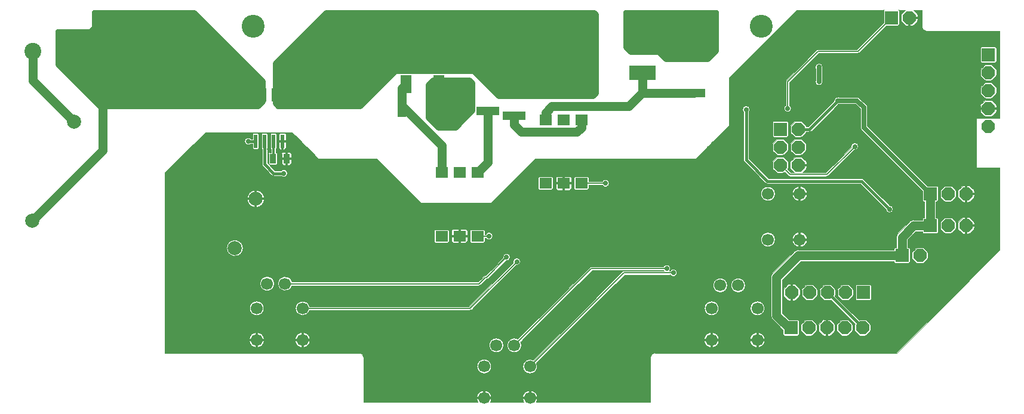
<source format=gbr>
G04 GENERATED BY PULSONIX 8.5 GERBER.DLL 5907*
G04 #@! TF.Part,Single*
%FSLAX35Y35*%
%LPD*%
%MOMM*%
G04 #@! TF.FileFunction,Copper,L4,Bot*
G04 #@! TA.AperFunction,Conductor*
%ADD13C,0.63500*%
%ADD14C,1.27000*%
%ADD16C,0.20320*%
%ADD18C,0.40640*%
G04 #@! TA.AperFunction,SMDPad*
%ADD76R,0.90000X1.40000*%
%ADD93R,1.80000X1.50000*%
%ADD94R,7.00000X7.00000*%
%ADD95R,1.50000X2.50000*%
G04 #@! TA.AperFunction,WasherPad*
%ADD148C,3.25000*%
G04 #@! TA.AperFunction,Conductor*
%ADD163C,0.30480*%
G04 #@! TA.AperFunction,OtherCopper*
%ADD172C,0.03000*%
%ADD173C,0.30000*%
%ADD235C,0.50000*%
G04 #@! TA.AperFunction,ComponentPad*
%ADD348C,2.00000*%
%ADD373R,1.90500X1.90500*%
%AMT374*0 Octagon pad*4,1,8,0.39454,0.95250,-0.39454,0.95250,-0.95250,0.39454,-0.95250,-0.39454,-0.39454,-0.95250,0.39454,-0.95250,0.95250,-0.39454,0.95250,0.39454,0.39454,0.95250,0*%
%ADD374T374*%
%ADD375C,1.70000*%
G04 #@! TA.AperFunction,ViaPad*
%ADD388C,0.70000*%
G04 #@! TA.AperFunction,SMDPad*
%ADD422R,0.55000X1.95000*%
%ADD423R,8.90000X11.40000*%
%ADD424R,3.80000X2.10000*%
%ADD449R,3.20000X1.20000*%
G04 #@! TA.AperFunction,ComponentPad*
%ADD479C,2.40000*%
G04 #@! TA.AperFunction,SMDPad*
%ADD480R,1.20000X3.20000*%
X0Y0D02*
D02*
D13*
X11679008Y4950875D02*
Y4742000D01*
X12314008Y4379375D02*
X12218757Y4474625D01*
X11948883*
X12314008Y4379375D02*
Y4094500D01*
X13257008Y3151500*
D02*
D14*
X520564Y2772099D02*
X1519008Y3770543D01*
Y4427000*
X1116038Y4174948D02*
X532008Y4758978D01*
Y5176500*
X5827008Y4711500D02*
X5762008Y4646500D01*
Y4401500*
X6328008Y3451500D02*
Y3835500D01*
X5762008Y4401500*
X6836008Y3451500D02*
X6982008Y3597500D01*
Y4331500*
X7357008Y4256500D02*
Y4129375D01*
X7456258Y4030125*
X8247508*
X8311008Y4093625*
Y4201500*
X9177008Y4592000D02*
Y4872500D01*
Y4592000D02*
X9187508Y4581500D01*
X9907008*
X9177008Y4592000D02*
X8980258Y4395250D01*
X7893633*
X7803008Y4304625*
Y4201500*
X12282258Y2276500D02*
X11385883D01*
X11075758Y1966375*
Y1426000*
X11250258Y1251500*
X11282008*
X12282258Y2276500D02*
X12857008D01*
X13257008Y2701500D02*
X13022133D01*
X12857008Y2536375*
Y2276500*
X13257008Y3151500D02*
Y2701500D01*
D02*
D16*
X4357008Y1526500D02*
X6732905D01*
X7395030Y2188625*
X7001508Y2551500D02*
X6836008D01*
X7249883Y2252125D02*
X6964133Y1966375D01*
X6948258*
X6858383Y1876500*
X4109008*
X8652508Y3301500D02*
X8311008D01*
X9520008Y2093375D02*
X8450883D01*
X7359008Y1001500*
X9615258Y2029875D02*
X8910383D01*
X7582008Y701500*
X11234508Y4363500D02*
Y4744500D01*
X11663133Y5173125*
X12228633*
X12707008Y5651500*
X12187008Y3823750D02*
X11790133Y3426875D01*
X11265633*
X11132008Y3560500*
D02*
D18*
X3691508Y3896500D02*
X3586395D01*
X3818508D02*
Y3572125D01*
X3947883Y3442750*
X4090758*
X11386008Y4068500D02*
X11542758D01*
X11948883Y4474625*
X11799008Y1751500D02*
X12298008Y1252500D01*
Y1251500*
X12679133Y2934750D02*
X12282258Y3331625D01*
X10948758*
X10647133Y3633250*
Y4347625*
D02*
D76*
X3936758Y3651500D03*
X4127258D03*
D02*
D93*
X6328008Y2551500D03*
Y3451500D03*
X6582008Y2551500D03*
Y3451500D03*
X6836008Y2551500D03*
Y3451500D03*
X7803008Y3301500D03*
Y4201500D03*
X8057008Y3301500D03*
Y4201500D03*
X8311008Y3301500D03*
Y4201500D03*
D02*
D94*
X6057008Y5401500D03*
D02*
D95*
X5827008Y4711500D03*
X6287008D03*
D02*
D148*
X3657008Y5526500D03*
X10857008D03*
D02*
D163*
X3945508Y3896500D02*
Y3660250D01*
X3936758Y3651500*
D02*
D172*
X14239708Y5459200D02*
X13207008D01*
G75*
G02X13139708Y5526500J67300*
G01*
Y5759200*
X13018418*
X13071461Y5706157*
G75*
G02X13077758Y5690957I-15197J-15200*
G01*
Y5612043*
G75*
G02X13071461Y5596843I-21494*
G01*
X13015665Y5541047*
G75*
G02X13000351Y5534750I-15201J15199*
G01*
X12921665*
G75*
G02X12906351Y5541047I-113J21496*
G01*
X12850555Y5596843*
G75*
G02X12844258Y5612043I15197J15200*
G01*
Y5690957*
G75*
G02X12850555Y5706157I21494*
G01*
X12903598Y5759200*
X12813448*
G75*
G02X12818998Y5746750I-11190J-12450*
G01*
Y5556250*
G75*
G02X12802258Y5539510I-16740*
G01*
X12633060*
X12247735Y5154185*
G75*
G02X12228633Y5146225I-19104J18945*
G01*
X11674275*
X11261408Y4733358*
Y4407697*
G75*
G02X11286248Y4363500I-26900J-44197*
G01*
G75*
G02X11182768I-51740*
G01*
G75*
G02X11207608Y4407697I51740*
G01*
Y4744500*
G75*
G02X11215568Y4763602I26905J-2*
G01*
X11644031Y5192065*
G75*
G02X11663133Y5200025I19104J-18945*
G01*
X12217491*
X12595018Y5577552*
Y5746750*
G75*
G02X12600568Y5759200I16740*
G01*
X11364708*
X10407008Y4801500*
Y4126500*
X10174863Y3894355*
G75*
G02X10089153Y3808645I-217853J132143*
G01*
X9932008Y3651500*
X7657008*
X7032008Y3026500*
X6032008*
X5407008Y3651500*
X4582008*
X4424863Y3808645*
G75*
G02X4339153Y3894355I132143J217853*
G01*
X4207008Y4026500*
X2982008*
X2407008Y3451500*
Y893800*
X5157008*
G75*
G02X5224308Y826500J-67300*
G01*
Y193800*
X6842493*
G75*
G02X6825508Y251500I89515J57700*
G01*
G75*
G02X7038508I106500*
G01*
G75*
G02X7021523Y193800I-106500*
G01*
X7492493*
G75*
G02X7475508Y251500I89515J57700*
G01*
G75*
G02X7688508I106500*
G01*
G75*
G02X7671523Y193800I-106500*
G01*
X9289708*
Y826500*
G75*
G02X9357008Y893800I67300*
G01*
X12779132*
X14239708Y2354376*
Y3526500*
X13907008*
Y4226500*
X14239708*
Y5459200*
X13618095Y2752791D02*
G75*
G02X13622998Y2740955I-11835J-11836D01*
G01*
Y2662045*
G75*
G02X13618095Y2650209I-16738*
G01*
X13562299Y2594413*
G75*
G02X13550423Y2589510I-11838J11840*
G01*
X13471593*
G75*
G02X13459717Y2594413I-38J16743*
G01*
X13403921Y2650209*
G75*
G02X13399018Y2662045I11835J11836*
G01*
Y2740955*
G75*
G02X13403921Y2752791I16738*
G01*
X13459717Y2808587*
G75*
G02X13471593Y2813490I11838J-11840*
G01*
X13550423*
G75*
G02X13562299Y2808587I38J-16743*
G01*
X13618095Y2752791*
Y3202791D02*
G75*
G02X13622998Y3190955I-11835J-11836D01*
G01*
Y3112045*
G75*
G02X13618095Y3100209I-16738*
G01*
X13562299Y3044413*
G75*
G02X13550423Y3039510I-11838J11840*
G01*
X13471593*
G75*
G02X13459717Y3044413I-38J16743*
G01*
X13403921Y3100209*
G75*
G02X13399018Y3112045I11835J11836*
G01*
Y3190955*
G75*
G02X13403921Y3202791I16738*
G01*
X13459717Y3258587*
G75*
G02X13471593Y3263490I11838J-11840*
G01*
X13550423*
G75*
G02X13562299Y3258587I38J-16743*
G01*
X13618095Y3202791*
X13875461Y2756157D02*
G75*
G02X13881758Y2740957I-15197J-15200D01*
G01*
Y2662043*
G75*
G02X13875461Y2646843I-21494*
G01*
X13819665Y2591047*
G75*
G02X13804351Y2584750I-15201J15199*
G01*
X13725665*
G75*
G02X13710351Y2591047I-113J21496*
G01*
X13654555Y2646843*
G75*
G02X13648258Y2662043I15197J15200*
G01*
Y2740957*
G75*
G02X13654555Y2756157I21494*
G01*
X13710351Y2811953*
G75*
G02X13725665Y2818250I15201J-15199*
G01*
X13804351*
G75*
G02X13819665Y2811953I113J-21496*
G01*
X13875461Y2756157*
Y3206157D02*
G75*
G02X13881758Y3190957I-15197J-15200D01*
G01*
Y3112043*
G75*
G02X13875461Y3096843I-21494*
G01*
X13819665Y3041047*
G75*
G02X13804351Y3034750I-15201J15199*
G01*
X13725665*
G75*
G02X13710351Y3041047I-113J21496*
G01*
X13654555Y3096843*
G75*
G02X13648258Y3112043I15197J15200*
G01*
Y3190957*
G75*
G02X13654555Y3206157I21494*
G01*
X13710351Y3261953*
G75*
G02X13725665Y3268250I15201J-15199*
G01*
X13804351*
G75*
G02X13819665Y3261953I113J-21496*
G01*
X13875461Y3206157*
X14192461Y4419157D02*
G75*
G02X14198758Y4403957I-15197J-15200D01*
G01*
Y4325043*
G75*
G02X14192461Y4309843I-21494*
G01*
X14136665Y4254047*
G75*
G02X14121351Y4247750I-15201J15199*
G01*
X14042665*
G75*
G02X14027351Y4254047I-113J21496*
G01*
X13971555Y4309843*
G75*
G02X13965258Y4325043I15197J15200*
G01*
Y4403957*
G75*
G02X13971555Y4419157I21494*
G01*
X14027351Y4474953*
G75*
G02X14042665Y4481250I15201J-15199*
G01*
X14121351*
G75*
G02X14136665Y4474953I113J-21496*
G01*
X14192461Y4419157*
X14189095Y4669791D02*
G75*
G02X14193998Y4657955I-11835J-11836D01*
G01*
Y4579045*
G75*
G02X14189095Y4567209I-16738*
G01*
X14133299Y4511413*
G75*
G02X14121423Y4506510I-11838J11840*
G01*
X14042593*
G75*
G02X14030717Y4511413I-38J16743*
G01*
X13974921Y4567209*
G75*
G02X13970018Y4579045I11835J11836*
G01*
Y4657955*
G75*
G02X13974921Y4669791I16738*
G01*
X14030717Y4725587*
G75*
G02X14042593Y4730490I11838J-11840*
G01*
X14121423*
G75*
G02X14133299Y4725587I38J-16743*
G01*
X14189095Y4669791*
Y4923791D02*
G75*
G02X14193998Y4911955I-11835J-11836D01*
G01*
Y4833045*
G75*
G02X14189095Y4821209I-16738*
G01*
X14133299Y4765413*
G75*
G02X14121423Y4760510I-11838J11840*
G01*
X14042593*
G75*
G02X14030717Y4765413I-38J16743*
G01*
X13974921Y4821209*
G75*
G02X13970018Y4833045I11835J11836*
G01*
Y4911955*
G75*
G02X13974921Y4923791I16738*
G01*
X14030717Y4979587*
G75*
G02X14042593Y4984490I11838J-11840*
G01*
X14121423*
G75*
G02X14133299Y4979587I38J-16743*
G01*
X14189095Y4923791*
X14177258Y5238490D02*
G75*
G02X14193998Y5221750J-16740D01*
G01*
Y5031250*
G75*
G02X14177258Y5014510I-16740*
G01*
X13986758*
G75*
G02X13970018Y5031250J16740*
G01*
Y5221750*
G75*
G02X13986758Y5238490I16740*
G01*
X14177258*
X11627268Y4950875D02*
G75*
G02X11730748I51740D01*
G01*
G75*
G02X11727498Y4932827I-51739*
G01*
Y4760048*
G75*
G02X11730748Y4742000I-48489J-18048*
G01*
G75*
G02X11627268I-51740*
G01*
G75*
G02X11630518Y4760048I51739*
G01*
Y4932827*
G75*
G02X11627268Y4950875I48489J18048*
G01*
X12135268Y3823750D02*
G75*
G02X12238748I51740D01*
G01*
G75*
G02X12174777Y3773477I-51740*
G01*
X11809235Y3407935*
G75*
G02X11790133Y3399975I-19104J18945*
G01*
X11265633*
G75*
G02X11246531Y3407935I2J26905*
G01*
X11192176Y3462290*
X11183299Y3453413*
G75*
G02X11171423Y3448510I-11838J11840*
G01*
X11092593*
G75*
G02X11080717Y3453413I-38J16743*
G01*
X11024921Y3509209*
G75*
G02X11020018Y3521045I11835J11836*
G01*
Y3599955*
G75*
G02X11024921Y3611791I16738*
G01*
X11080717Y3667587*
G75*
G02X11092593Y3672490I11838J-11840*
G01*
X11171423*
G75*
G02X11183299Y3667587I38J-16743*
G01*
X11239095Y3611791*
G75*
G02X11243998Y3599955I-11835J-11836*
G01*
Y3521045*
G75*
G02X11239095Y3509209I-16738*
G01*
X11230218Y3500332*
X11276775Y3453775*
X11327623*
X11275555Y3505843*
G75*
G02X11269258Y3521043I15197J15200*
G01*
Y3599957*
G75*
G02X11275555Y3615157I21494*
G01*
X11331351Y3670953*
G75*
G02X11346665Y3677250I15201J-15199*
G01*
X11425351*
G75*
G02X11440665Y3670953I113J-21496*
G01*
X11496461Y3615157*
G75*
G02X11502758Y3599957I-15197J-15200*
G01*
Y3521043*
G75*
G02X11496461Y3505843I-21494*
G01*
X11444393Y3453775*
X11778991*
X12136735Y3811519*
G75*
G02X12135268Y3823750I50271J12233*
G01*
X11493095Y3865791D02*
G75*
G02X11497998Y3853955I-11835J-11836D01*
G01*
Y3775045*
G75*
G02X11493095Y3763209I-16738*
G01*
X11437299Y3707413*
G75*
G02X11425423Y3702510I-11838J11840*
G01*
X11346593*
G75*
G02X11334717Y3707413I-38J16743*
G01*
X11278921Y3763209*
G75*
G02X11274018Y3775045I11835J11836*
G01*
Y3853955*
G75*
G02X11278921Y3865791I16738*
G01*
X11334717Y3921587*
G75*
G02X11346593Y3926490I11838J-11840*
G01*
X11425423*
G75*
G02X11437299Y3921587I38J-16743*
G01*
X11493095Y3865791*
X13352258Y3263490D02*
G75*
G02X13368998Y3246750J-16740D01*
G01*
Y3056250*
G75*
G02X13352258Y3039510I-16740*
G01*
X13337248*
Y2813490*
X13352258*
G75*
G02X13368998Y2796750J-16740*
G01*
Y2606250*
G75*
G02X13352258Y2589510I-16740*
G01*
X13161758*
G75*
G02X13145018Y2606250J16740*
G01*
Y2621260*
X13055369*
X12937248Y2503139*
Y2388490*
X12952258*
G75*
G02X12968998Y2371750J-16740*
G01*
Y2181250*
G75*
G02X12952258Y2164510I-16740*
G01*
X12761758*
G75*
G02X12745018Y2181250J16740*
G01*
Y2196260*
X11419119*
X11155998Y1933139*
Y1459236*
X11251744Y1363490*
X11377258*
G75*
G02X11393998Y1346750J-16740*
G01*
Y1156250*
G75*
G02X11377258Y1139510I-16740*
G01*
X11186758*
G75*
G02X11170018Y1156250J16740*
G01*
Y1218264*
X11019188Y1369094*
G75*
G02X10995518Y1425998I56566J56904*
G01*
Y1966377*
G75*
G02X11019188Y2023281I80236*
G01*
X11328977Y2333070*
G75*
G02X11385883Y2356740I56904J-56566*
G01*
X12745018*
Y2371750*
G75*
G02X12761758Y2388490I16740*
G01*
X12776768*
Y2536377*
G75*
G02X12800438Y2593281I80236*
G01*
X12965227Y2758070*
G75*
G02X13022133Y2781740I56904J-56566*
G01*
X13145018*
Y2796750*
G75*
G02X13161758Y2813490I16740*
G01*
X13176768*
Y3039510*
X13161758*
G75*
G02X13145018Y3056250J16740*
G01*
Y3194914*
X12279720Y4060212*
G75*
G02X12265517Y4094498I34282J34286*
G01*
Y4094500*
Y4094558*
X12265518Y4094732*
Y4358724*
X12198506Y4425735*
X11965818*
G75*
G02X11949557Y4422889I-16936J48891*
G01*
X11569104Y4042436*
G75*
G02X11542758Y4031440I-26345J26062*
G01*
X11497998*
Y4029045*
G75*
G02X11493095Y4017209I-16738*
G01*
X11437299Y3961413*
G75*
G02X11425423Y3956510I-11838J11840*
G01*
X11346593*
G75*
G02X11334717Y3961413I-38J16743*
G01*
X11278921Y4017209*
G75*
G02X11274018Y4029045I11835J11836*
G01*
Y4107955*
G75*
G02X11278921Y4119791I16738*
G01*
X11334717Y4175587*
G75*
G02X11346593Y4180490I11838J-11840*
G01*
X11425423*
G75*
G02X11437299Y4175587I38J-16743*
G01*
X11493095Y4119791*
G75*
G02X11497998Y4107955I-11835J-11836*
G01*
Y4105560*
X11527408*
X11897147Y4475299*
G75*
G02X11965818Y4523515I51736J-674*
G01*
X12218674*
G75*
G02X12253327Y4509196I86J-48884*
G01*
X12336604Y4425920*
G75*
G02X12362498Y4361327I-22595J-46545*
G01*
Y4114586*
X13213594Y3263490*
X13352258*
X13218095Y2327791D02*
G75*
G02X13222998Y2315955I-11835J-11836D01*
G01*
Y2237045*
G75*
G02X13218095Y2225209I-16738*
G01*
X13162299Y2169413*
G75*
G02X13150423Y2164510I-11838J11840*
G01*
X13071593*
G75*
G02X13059717Y2169413I-38J16743*
G01*
X13003921Y2225209*
G75*
G02X12999018Y2237045I11835J11836*
G01*
Y2315955*
G75*
G02X13003921Y2327791I16738*
G01*
X13059717Y2383587*
G75*
G02X13071593Y2388490I11838J-11840*
G01*
X13150423*
G75*
G02X13162299Y2383587I38J-16743*
G01*
X13218095Y2327791*
X11643095Y1302791D02*
G75*
G02X11647998Y1290955I-11835J-11836D01*
G01*
Y1212045*
G75*
G02X11643095Y1200209I-16738*
G01*
X11587299Y1144413*
G75*
G02X11575423Y1139510I-11838J11840*
G01*
X11496593*
G75*
G02X11484717Y1144413I-38J16743*
G01*
X11428921Y1200209*
G75*
G02X11424018Y1212045I11835J11836*
G01*
Y1290955*
G75*
G02X11428921Y1302791I16738*
G01*
X11484717Y1358587*
G75*
G02X11496593Y1363490I11838J-11840*
G01*
X11575423*
G75*
G02X11587299Y1358587I38J-16743*
G01*
X11643095Y1302791*
X11652095Y1802791D02*
G75*
G02X11656998Y1790955I-11835J-11836D01*
G01*
Y1712045*
G75*
G02X11652095Y1700209I-16738*
G01*
X11596299Y1644413*
G75*
G02X11584423Y1639510I-11838J11840*
G01*
X11505593*
G75*
G02X11493717Y1644413I-38J16743*
G01*
X11437921Y1700209*
G75*
G02X11433018Y1712045I11835J11836*
G01*
Y1790955*
G75*
G02X11437921Y1802791I16738*
G01*
X11493717Y1858587*
G75*
G02X11505593Y1863490I11838J-11840*
G01*
X11584423*
G75*
G02X11596299Y1858587I38J-16743*
G01*
X11652095Y1802791*
X11900461Y1306157D02*
G75*
G02X11906758Y1290957I-15197J-15200D01*
G01*
Y1212043*
G75*
G02X11900461Y1196843I-21494*
G01*
X11844665Y1141047*
G75*
G02X11829351Y1134750I-15201J15199*
G01*
X11750665*
G75*
G02X11735351Y1141047I-113J21496*
G01*
X11679555Y1196843*
G75*
G02X11673258Y1212043I15197J15200*
G01*
Y1290957*
G75*
G02X11679555Y1306157I21494*
G01*
X11735351Y1361953*
G75*
G02X11750665Y1368250I15201J-15199*
G01*
X11829351*
G75*
G02X11844665Y1361953I113J-21496*
G01*
X11900461Y1306157*
X12405095Y1302791D02*
G75*
G02X12409998Y1290955I-11835J-11836D01*
G01*
Y1212045*
G75*
G02X12405095Y1200209I-16738*
G01*
X12349299Y1144413*
G75*
G02X12337423Y1139510I-11838J11840*
G01*
X12258593*
G75*
G02X12246717Y1144413I-38J16743*
G01*
X12190921Y1200209*
G75*
G02X12186018Y1212045I11835J11836*
G01*
Y1290955*
G75*
G02X12190921Y1302791I16738*
G01*
X12193114Y1304984*
X11851992Y1646106*
X11850299Y1644413*
G75*
G02X11838423Y1639510I-11838J11840*
G01*
X11759593*
G75*
G02X11747717Y1644413I-38J16743*
G01*
X11691921Y1700209*
G75*
G02X11687018Y1712045I11835J11836*
G01*
Y1790955*
G75*
G02X11691921Y1802791I16738*
G01*
X11747717Y1858587*
G75*
G02X11759593Y1863490I11838J-11840*
G01*
X11838423*
G75*
G02X11850299Y1858587I38J-16743*
G01*
X11906095Y1802791*
G75*
G02X11910998Y1790955I-11835J-11836*
G01*
Y1712045*
G75*
G02X11906095Y1700209I-16738*
G01*
X11904402Y1698516*
X12245524Y1357394*
X12246717Y1358587*
G75*
G02X12258593Y1363490I11838J-11840*
G01*
X12337423*
G75*
G02X12349299Y1358587I38J-16743*
G01*
X12405095Y1302791*
X12151095D02*
G75*
G02X12155998Y1290955I-11835J-11836D01*
G01*
Y1212045*
G75*
G02X12151095Y1200209I-16738*
G01*
X12095299Y1144413*
G75*
G02X12083423Y1139510I-11838J11840*
G01*
X12004593*
G75*
G02X11992717Y1144413I-38J16743*
G01*
X11936921Y1200209*
G75*
G02X11932018Y1212045I11835J11836*
G01*
Y1290955*
G75*
G02X11936921Y1302791I16738*
G01*
X11992717Y1358587*
G75*
G02X12004593Y1363490I11838J-11840*
G01*
X12083423*
G75*
G02X12095299Y1358587I38J-16743*
G01*
X12151095Y1302791*
X12160095Y1802791D02*
G75*
G02X12164998Y1790955I-11835J-11836D01*
G01*
Y1712045*
G75*
G02X12160095Y1700209I-16738*
G01*
X12104299Y1644413*
G75*
G02X12092423Y1639510I-11838J11840*
G01*
X12013593*
G75*
G02X12001717Y1644413I-38J16743*
G01*
X11945921Y1700209*
G75*
G02X11941018Y1712045I11835J11836*
G01*
Y1790955*
G75*
G02X11945921Y1802791I16738*
G01*
X12001717Y1858587*
G75*
G02X12013593Y1863490I11838J-11840*
G01*
X12092423*
G75*
G02X12104299Y1858587I38J-16743*
G01*
X12160095Y1802791*
X12402258Y1863490D02*
G75*
G02X12418998Y1846750J-16740D01*
G01*
Y1656250*
G75*
G02X12402258Y1639510I-16740*
G01*
X12211758*
G75*
G02X12195018Y1656250J16740*
G01*
Y1846750*
G75*
G02X12211758Y1863490I16740*
G01*
X12402258*
X11401461Y1806157D02*
G75*
G02X11407758Y1790957I-15197J-15200D01*
G01*
Y1712043*
G75*
G02X11401461Y1696843I-21494*
G01*
X11345665Y1641047*
G75*
G02X11330351Y1634750I-15201J15199*
G01*
X11251665*
G75*
G02X11236351Y1641047I-113J21496*
G01*
X11180555Y1696843*
G75*
G02X11174258Y1712043I15197J15200*
G01*
Y1790957*
G75*
G02X11180555Y1806157I21494*
G01*
X11236351Y1861953*
G75*
G02X11251665Y1868250I15201J-15199*
G01*
X11330351*
G75*
G02X11345665Y1861953I113J-21496*
G01*
X11401461Y1806157*
X10432268Y1851500D02*
G75*
G02X10635748I101740D01*
G01*
G75*
G02X10432268I-101740*
G01*
X12679807Y2986486D02*
G75*
G02X12730873Y2934750I-674J-51736D01*
G01*
G75*
G02X12627397Y2934076I-51740*
G01*
X12266908Y3294565*
X10948758*
G75*
G02X10922412Y3305561I-1J37058*
G01*
X10621069Y3606904*
G75*
G02X10610073Y3633249I26062J26345*
G01*
Y4311520*
G75*
G02X10595393Y4347625I37060J36105*
G01*
G75*
G02X10698873I51740*
G01*
G75*
G02X10684193Y4311520I-51740*
G01*
Y3648600*
X10964108Y3368685*
X12282258*
G75*
G02X12308604Y3357689I1J-37058*
G01*
X12679807Y2986486*
X11407008Y2608000D02*
G75*
G02X11513508Y2501500J-106500D01*
G01*
G75*
G02X11407008Y2395000I-106500*
G01*
G75*
G02X11300508Y2501500J106500*
G01*
G75*
G02X11407008Y2608000I106500*
G01*
Y3258000D02*
G75*
G02X11513508Y3151500J-106500D01*
G01*
G75*
G02X11407008Y3045000I-106500*
G01*
G75*
G02X11300508Y3151500J106500*
G01*
G75*
G02X11407008Y3258000I106500*
G01*
X10700508Y1076500D02*
G75*
G02X10913508I106500D01*
G01*
G75*
G02X10700508I-106500*
G01*
X10705268Y1526500D02*
G75*
G02X10908748I101740D01*
G01*
G75*
G02X10705268I-101740*
G01*
X10855268Y2501500D02*
G75*
G02X11058748I101740D01*
G01*
G75*
G02X10855268I-101740*
G01*
Y3151500D02*
G75*
G02X11058748I101740D01*
G01*
G75*
G02X10855268I-101740*
G01*
X11239095Y3865791D02*
G75*
G02X11243998Y3853955I-11835J-11836D01*
G01*
Y3775045*
G75*
G02X11239095Y3763209I-16738*
G01*
X11183299Y3707413*
G75*
G02X11171423Y3702510I-11838J11840*
G01*
X11092593*
G75*
G02X11080717Y3707413I-38J16743*
G01*
X11024921Y3763209*
G75*
G02X11020018Y3775045I11835J11836*
G01*
Y3853955*
G75*
G02X11024921Y3865791I16738*
G01*
X11080717Y3921587*
G75*
G02X11092593Y3926490I11838J-11840*
G01*
X11171423*
G75*
G02X11183299Y3921587I38J-16743*
G01*
X11239095Y3865791*
X11227258Y4180490D02*
G75*
G02X11243998Y4163750J-16740D01*
G01*
Y3973250*
G75*
G02X11227258Y3956510I-16740*
G01*
X11036758*
G75*
G02X11020018Y3973250J16740*
G01*
Y4163750*
G75*
G02X11036758Y4180490I16740*
G01*
X11227258*
X10178268Y1851500D02*
G75*
G02X10381748I101740D01*
G01*
G75*
G02X10178268I-101740*
G01*
X10050508Y1076500D02*
G75*
G02X10263508I106500D01*
G01*
G75*
G02X10050508I-106500*
G01*
X10055268Y1526500D02*
G75*
G02X10258748I101740D01*
G01*
G75*
G02X10055268I-101740*
G01*
X7893008Y3393240D02*
G75*
G02X7909748Y3376500J-16740D01*
G01*
Y3226500*
G75*
G02X7893008Y3209760I-16740*
G01*
X7713008*
G75*
G02X7696268Y3226500J16740*
G01*
Y3376500*
G75*
G02X7713008Y3393240I16740*
G01*
X7893008*
X8147008Y3398000D02*
G75*
G02X8168508Y3376501J-21499D01*
G01*
Y3226499*
G75*
G02X8147008Y3205000I-21500*
G01*
X7967008*
G75*
G02X7945508Y3226499J21499*
G01*
Y3376501*
G75*
G02X7967008Y3398000I21500*
G01*
X8147008*
X8608311Y3328400D02*
G75*
G02X8704248Y3301500I44197J-26900D01*
G01*
G75*
G02X8608311Y3274600I-51740*
G01*
X8417748*
Y3226500*
G75*
G02X8401008Y3209760I-16740*
G01*
X8221008*
G75*
G02X8204268Y3226500J16740*
G01*
Y3376500*
G75*
G02X8221008Y3393240I16740*
G01*
X8401008*
G75*
G02X8417748Y3376500J-16740*
G01*
Y3328400*
X8608311*
X7198143Y2252125D02*
G75*
G02X7301623I51740D01*
G01*
G75*
G02X7237652Y2201852I-51740*
G01*
X6983235Y1947435*
G75*
G02X6964133Y1939475I-19104J18945*
G01*
X6959400*
X6877485Y1857560*
G75*
G02X6858383Y1849600I-19104J18945*
G01*
X4207127*
G75*
G02X4007268Y1876500I-98119J26900*
G01*
G75*
G02X4207127Y1903400I101740*
G01*
X6847241*
X6929156Y1985315*
G75*
G02X6948258Y1993275I19104J-18945*
G01*
X6952991*
X7199610Y2239894*
G75*
G02X7198143Y2252125I50271J12233*
G01*
X4250508Y1076500D02*
G75*
G02X4463508I106500D01*
G01*
G75*
G02X4250508I-106500*
G01*
X7343290Y2188625D02*
G75*
G02X7446770I51740D01*
G01*
G75*
G02X7382799Y2138352I-51740*
G01*
X6752007Y1507560*
G75*
G02X6732905Y1499600I-19104J18945*
G01*
X4455127*
G75*
G02X4255268Y1526500I-98119J26900*
G01*
G75*
G02X4455127Y1553400I101740*
G01*
X6721763*
X7344757Y2176394*
G75*
G02X7343290Y2188625I50271J12233*
G01*
X6830268Y701500D02*
G75*
G02X7033748I101740D01*
G01*
G75*
G02X6830268I-101740*
G01*
X7003268Y1001500D02*
G75*
G02X7206748I101740D01*
G01*
G75*
G02X7003268I-101740*
G01*
X9571061Y2056775D02*
G75*
G02X9666998Y2029875I44197J-26900D01*
G01*
G75*
G02X9571061Y2002975I-51740*
G01*
X8921525*
X7670410Y751860*
G75*
G02X7683748Y701500I-88402J-50360*
G01*
G75*
G02X7480268I-101740*
G01*
G75*
G02X7632368Y789902I101740*
G01*
X8891281Y2048815*
G75*
G02X8910383Y2056775I19104J-18945*
G01*
X9483437*
G75*
G02X9475811Y2066475I36571J36600*
G01*
X8462025*
X7447410Y1051860*
G75*
G02X7460748Y1001500I-88402J-50360*
G01*
G75*
G02X7257268I-101740*
G01*
G75*
G02X7409368Y1089902I101740*
G01*
X8431781Y2112315*
G75*
G02X8450883Y2120275I19104J-18945*
G01*
X9475811*
G75*
G02X9571748Y2093375I44197J-26900*
G01*
G75*
G02X9556579Y2056775I-51740*
G01*
X9571061*
X6418008Y2643240D02*
G75*
G02X6434748Y2626500J-16740D01*
G01*
Y2476500*
G75*
G02X6418008Y2459760I-16740*
G01*
X6238008*
G75*
G02X6221268Y2476500J16740*
G01*
Y2626500*
G75*
G02X6238008Y2643240I16740*
G01*
X6418008*
X6672008Y2648000D02*
G75*
G02X6693508Y2626501J-21499D01*
G01*
Y2476499*
G75*
G02X6672008Y2455000I-21500*
G01*
X6492008*
G75*
G02X6470508Y2476499J21499*
G01*
Y2626501*
G75*
G02X6492008Y2648000I21500*
G01*
X6672008*
X6957311Y2578400D02*
G75*
G02X7053248Y2551500I44197J-26900D01*
G01*
G75*
G02X6957311Y2524600I-51740*
G01*
X6942748*
Y2476500*
G75*
G02X6926008Y2459760I-16740*
G01*
X6746008*
G75*
G02X6729268Y2476500J16740*
G01*
Y2626500*
G75*
G02X6746008Y2643240I16740*
G01*
X6926008*
G75*
G02X6942748Y2626500J-16740*
G01*
Y2578400*
X6957311*
X3513235Y2381318D02*
Y2381312D01*
G75*
G02X3503955Y2335703I-116720*
G01*
G75*
G02X3279757Y2381316I-107459J45613*
G01*
Y2381322*
G75*
G02X3289037Y2426931I116720*
G01*
G75*
G02X3513235Y2381318I107459J-45613*
G01*
X3719008Y4010740D02*
G75*
G02X3735748Y3994000J-16740D01*
G01*
Y3799000*
G75*
G02X3719008Y3782260I-16740*
G01*
X3664008*
G75*
G02X3647268Y3799000J16740*
G01*
Y3859440*
X3622500*
G75*
G02X3534655Y3896500I-36105J37060*
G01*
G75*
G02X3622500Y3933560I51740*
G01*
X3647268*
Y3994000*
G75*
G02X3664008Y4010740I16740*
G01*
X3719008*
X3814952Y3080901D02*
Y3080899D01*
G75*
G02X3805293Y3033427I-121488*
G01*
G75*
G02X3571952Y3080901I-111841J47474*
G01*
Y3080903*
G75*
G02X3581611Y3128375I121488*
G01*
G75*
G02X3814952Y3080901I111841J-47474*
G01*
X3600508Y1076500D02*
G75*
G02X3813508I106500D01*
G01*
G75*
G02X3600508I-106500*
G01*
X3605268Y1526500D02*
G75*
G02X3808748I101740D01*
G01*
G75*
G02X3605268I-101740*
G01*
X3753268Y1876500D02*
G75*
G02X3956748I101740D01*
G01*
G75*
G02X3753268I-101740*
G01*
X4054653Y3479810D02*
G75*
G02X4142498Y3442750I36105J-37060D01*
G01*
G75*
G02X4054653Y3405690I-51740*
G01*
X3947883*
G75*
G02X3921537Y3416686I-1J37058*
G01*
X3792444Y3545779*
G75*
G02X3781448Y3572124I26062J26345*
G01*
Y3785258*
G75*
G02X3774268Y3799000I9560J13742*
G01*
Y3994000*
G75*
G02X3791008Y4010740I16740*
G01*
X3846008*
G75*
G02X3862748Y3994000J-16740*
G01*
Y3799000*
G75*
G02X3855568Y3785258I-16740*
G01*
Y3587475*
X3963233Y3479810*
X4054653*
X3981758Y3738240D02*
G75*
G02X3998498Y3721500J-16740D01*
G01*
Y3581500*
G75*
G02X3981758Y3564760I-16740*
G01*
X3891758*
G75*
G02X3875018Y3581500J16740*
G01*
Y3721500*
G75*
G02X3891758Y3738240I16740*
G01*
X3913528*
Y3782871*
G75*
G02X3901268Y3799000I4480J16129*
G01*
Y3994000*
G75*
G02X3918008Y4010740I16740*
G01*
X3973008*
G75*
G02X3989748Y3994000J-16740*
G01*
Y3799000*
G75*
G02X3977488Y3782871I-16740*
G01*
Y3738240*
X3981758*
X4100008Y4015500D02*
G75*
G02X4121508Y3994001J-21499D01*
G01*
Y3798999*
G75*
G02X4100008Y3777500I-21500*
G01*
X4045008*
G75*
G02X4023508Y3798999J21499*
G01*
Y3994001*
G75*
G02X4045008Y4015500I21500*
G01*
X4100008*
X4172258Y3743000D02*
G75*
G02X4193758Y3721501J-21499D01*
G01*
Y3581499*
G75*
G02X4172258Y3560000I-21500*
G01*
X4082258*
G75*
G02X4060758Y3581499J21499*
G01*
Y3721501*
G75*
G02X4082258Y3743000I21500*
G01*
X4172258*
X9289708Y701500D02*
G36*
X7683748D01*
G75*
G02X7480268I-101740*
G01*
X7033748*
G75*
G02X6830268I-101740*
G01*
X5224308*
Y193800*
X6842493*
G75*
G02X6825508Y251497I89504J57697*
G01*
Y251500*
G75*
G02X7038508I106500*
G01*
Y251497*
G75*
G02X7021523Y193800I-106489*
G01*
X7492493*
G75*
G02X7475508Y251497I89504J57697*
G01*
Y251500*
G75*
G02X7688508I106500*
G01*
Y251497*
G75*
G02X7671523Y193800I-106489*
G01*
X9289708*
Y701500*
G37*
X7918966Y1076500D02*
G36*
X7472050D01*
X7447410Y1051860*
G75*
G02X7460748Y1001500I-88404J-50360*
G01*
G75*
G02X7257268I-101740*
G01*
G75*
G02X7290262Y1076500I101740*
G01*
X7173754*
G75*
G02X7206748Y1001500I-68746J-75000*
G01*
G75*
G02X7003268I-101740*
G01*
G75*
G02X7036262Y1076500I101740*
G01*
X4463508*
G75*
G02X4250508I-106500*
G01*
X3813508*
G75*
G02X3600508I-106500*
G01*
X2407008*
Y893800*
X5157008*
G75*
G02X5224308Y826501J-67299*
G01*
Y826500*
Y701500*
X6830268*
G75*
G02X7033748I101740*
G01*
X7480268*
G75*
G02X7632368Y789902I101740*
G01*
X7918966Y1076500*
G37*
X12961832D02*
G36*
X10913508D01*
G75*
G02X10700508I-106500*
G01*
X10263508*
G75*
G02X10050508I-106500*
G01*
X7995050*
X7670410Y751860*
G75*
G02X7683748Y701500I-88404J-50360*
G01*
X9289708*
Y826500*
Y826501*
G75*
G02X9357008Y893800I67300*
G01*
X12779132*
X12961832Y1076500*
G37*
X7570966Y1251500D02*
G36*
X2407008D01*
Y1076500*
X3600508*
G75*
G02X3813508I106500*
G01*
X4250508*
G75*
G02X4463508I106500*
G01*
X7036262*
G75*
G02X7173754I68746J-75000*
G01*
X7290262*
G75*
G02X7409368Y1089902I68746J-75001*
G01*
X7570966Y1251500*
G37*
X8093966D02*
G36*
X7647050D01*
X7472050Y1076500*
X7918966*
X8093966Y1251500*
G37*
X13136832D02*
G36*
X12409998D01*
Y1212045*
Y1212043*
G75*
G02X12405095Y1200209I-16733*
G01*
X12349299Y1144413*
G75*
G02X12337423Y1139510I-11838J11840*
G01*
X12258593*
G75*
G02X12246717Y1144413I-38J16743*
G01*
X12190921Y1200209*
G75*
G02X12186018Y1212043I11830J11834*
G01*
Y1212045*
Y1251500*
X12155998*
Y1212045*
Y1212043*
G75*
G02X12151095Y1200209I-16733*
G01*
X12095299Y1144413*
G75*
G02X12083423Y1139510I-11838J11840*
G01*
X12004593*
G75*
G02X11992717Y1144413I-38J16743*
G01*
X11936921Y1200209*
G75*
G02X11932018Y1212043I11830J11834*
G01*
Y1212045*
Y1251500*
X11906758*
Y1212043*
G75*
G02X11900461Y1196843I-21500J3*
G01*
X11844665Y1141047*
G75*
G02X11829351Y1134750I-15201J15199*
G01*
X11750665*
G75*
G02X11735351Y1141047I-113J21496*
G01*
X11679555Y1196843*
G75*
G02X11673258Y1212043I15203J15203*
G01*
Y1251500*
X11647998*
Y1212045*
Y1212043*
G75*
G02X11643095Y1200209I-16733*
G01*
X11587299Y1144413*
G75*
G02X11575423Y1139510I-11838J11840*
G01*
X11496593*
G75*
G02X11484717Y1144413I-38J16743*
G01*
X11428921Y1200209*
G75*
G02X11424018Y1212043I11830J11834*
G01*
Y1212045*
Y1251500*
X11393998*
Y1156250*
G75*
G02X11377258Y1139510I-16740*
G01*
X11186758*
G75*
G02X11170018Y1156250J16740*
G01*
Y1218264*
X11136782Y1251500*
X8170050*
X7995050Y1076500*
X10050508*
G75*
G02X10263508I106500*
G01*
X10700508*
G75*
G02X10913508I106500*
G01*
X12961832*
X13136832Y1251500*
G37*
X7845966Y1526500D02*
G36*
X6770947D01*
X6752007Y1507560*
G75*
G02X6732905Y1499600I-19104J18945*
G01*
X4455127*
G75*
G02X4255268Y1526500I-98119J26900*
G01*
X3808748*
G75*
G02X3605268I-101740*
G01*
X2407008*
Y1251500*
X7570966*
X7845966Y1526500*
G37*
X8368966D02*
G36*
X7922050D01*
X7647050Y1251500*
X8093966*
X8368966Y1526500*
G37*
X11136782Y1251500D02*
G36*
X11019188Y1369094D01*
G75*
G02X10995518Y1425996I56561J56902*
G01*
Y1425998*
Y1526500*
X10908748*
G75*
G02X10705268I-101740*
G01*
X10258748*
G75*
G02X10055268I-101740*
G01*
X8445050*
X8170050Y1251500*
X11136782*
G37*
X13411832Y1526500D02*
G36*
X12076418D01*
X12245524Y1357394*
X12246717Y1358587*
G75*
G02X12258593Y1363490I11838J-11840*
G01*
X12337423*
G75*
G02X12349299Y1358587I38J-16743*
G01*
X12405095Y1302791*
G75*
G02X12409998Y1290957I-11830J-11834*
G01*
Y1290955*
Y1251500*
X13136832*
X13411832Y1526500*
G37*
X12186018Y1251500D02*
G36*
Y1290955D01*
Y1290957*
G75*
G02X12190921Y1302791I16733*
G01*
X12193114Y1304984*
X11971598Y1526500*
X11155998*
Y1459236*
X11251744Y1363490*
X11377258*
G75*
G02X11393998Y1346750J-16740*
G01*
Y1251500*
X11424018*
Y1290955*
Y1290957*
G75*
G02X11428921Y1302791I16733*
G01*
X11484717Y1358587*
G75*
G02X11496593Y1363490I11838J-11840*
G01*
X11575423*
G75*
G02X11587299Y1358587I38J-16743*
G01*
X11643095Y1302791*
G75*
G02X11647998Y1290957I-11830J-11834*
G01*
Y1290955*
Y1251500*
X11673258*
Y1290957*
G75*
G02X11679555Y1306157I21500J-3*
G01*
X11735351Y1361953*
G75*
G02X11750665Y1368250I15201J-15199*
G01*
X11829351*
G75*
G02X11844665Y1361953I113J-21496*
G01*
X11900461Y1306157*
G75*
G02X11906758Y1290957I-15203J-15203*
G01*
Y1251500*
X11932018*
Y1290955*
Y1290957*
G75*
G02X11936921Y1302791I16733*
G01*
X11992717Y1358587*
G75*
G02X12004593Y1363490I11838J-11840*
G01*
X12083423*
G75*
G02X12095299Y1358587I38J-16743*
G01*
X12151095Y1302791*
G75*
G02X12155998Y1290957I-11830J-11834*
G01*
Y1290955*
Y1251500*
X12186018*
G37*
X6919863Y1751500D02*
G36*
X2407008D01*
Y1526500*
X3605268*
G75*
G02X3808748I101740*
G01*
X4255268*
G75*
G02X4455127Y1553400I101740*
G01*
X6721763*
X6919863Y1751500*
G37*
X8070966D02*
G36*
X6995947D01*
X6770947Y1526500*
X7845966*
X8070966Y1751500*
G37*
X10995518D02*
G36*
X10552744D01*
G75*
G02X10515272I-18736J100001*
G01*
X10298744*
G75*
G02X10261272I-18736J100001*
G01*
X8670050*
X8445050Y1526500*
X10055268*
G75*
G02X10258748I101740*
G01*
X10705268*
G75*
G02X10908748I101740*
G01*
X10995518*
Y1751500*
G37*
X8593966D02*
G36*
X8147050D01*
X7922050Y1526500*
X8368966*
X8593966Y1751500*
G37*
X13636832D02*
G36*
X12418998D01*
Y1656250*
G75*
G02X12402258Y1639510I-16740*
G01*
X12211758*
G75*
G02X12195018Y1656250J16740*
G01*
Y1751500*
X12164998*
Y1712045*
Y1712043*
G75*
G02X12160095Y1700209I-16733*
G01*
X12104299Y1644413*
G75*
G02X12092423Y1639510I-11838J11840*
G01*
X12013593*
G75*
G02X12001717Y1644413I-38J16743*
G01*
X11945921Y1700209*
G75*
G02X11941018Y1712043I11830J11834*
G01*
Y1712045*
Y1751500*
X11910998*
Y1712045*
Y1712043*
G75*
G02X11906095Y1700209I-16733*
G01*
X11904402Y1698516*
X12076418Y1526500*
X13411832*
X13636832Y1751500*
G37*
X11971598Y1526500D02*
G36*
X11851992Y1646106D01*
X11850299Y1644413*
G75*
G02X11838423Y1639510I-11838J11840*
G01*
X11759593*
G75*
G02X11747717Y1644413I-38J16743*
G01*
X11691921Y1700209*
G75*
G02X11687018Y1712043I11830J11834*
G01*
Y1712045*
Y1751500*
X11656998*
Y1712045*
Y1712043*
G75*
G02X11652095Y1700209I-16733*
G01*
X11596299Y1644413*
G75*
G02X11584423Y1639510I-11838J11840*
G01*
X11505593*
G75*
G02X11493717Y1644413I-38J16743*
G01*
X11437921Y1700209*
G75*
G02X11433018Y1712043I11830J11834*
G01*
Y1712045*
Y1751500*
X11407758*
Y1712043*
G75*
G02X11401461Y1696843I-21500J3*
G01*
X11345665Y1641047*
G75*
G02X11330351Y1634750I-15201J15199*
G01*
X11251665*
G75*
G02X11236351Y1641047I-113J21496*
G01*
X11180555Y1696843*
G75*
G02X11174258Y1712043I15203J15203*
G01*
Y1751500*
X11155998*
Y1526500*
X11971598*
G37*
X7044863Y1876500D02*
G36*
X6896425D01*
X6877485Y1857560*
G75*
G02X6858383Y1849600I-19104J18945*
G01*
X4207127*
G75*
G02X4007268Y1876500I-98119J26900*
G01*
X3956748*
G75*
G02X3753268I-101740*
G01*
X2407008*
Y1751500*
X6919863*
X7044863Y1876500*
G37*
X8195966D02*
G36*
X7120947D01*
X6995947Y1751500*
X8070966*
X8195966Y1876500*
G37*
X10181387D02*
G36*
X8795050D01*
X8670050Y1751500*
X10261272*
G75*
G02X10178268Y1851500I18736J100000*
G01*
G75*
G02X10181387Y1876500I101740J2*
G01*
G37*
X8718966D02*
G36*
X8272050D01*
X8147050Y1751500*
X8593966*
X8718966Y1876500*
G37*
X13761832D02*
G36*
X11155998D01*
Y1751500*
X11174258*
Y1790957*
G75*
G02X11180555Y1806157I21500J-3*
G01*
X11236351Y1861953*
G75*
G02X11251665Y1868250I15201J-15199*
G01*
X11330351*
G75*
G02X11345665Y1861953I113J-21496*
G01*
X11401461Y1806157*
G75*
G02X11407758Y1790957I-15203J-15203*
G01*
Y1751500*
X11433018*
Y1790955*
Y1790957*
G75*
G02X11437921Y1802791I16733*
G01*
X11493717Y1858587*
G75*
G02X11505593Y1863490I11838J-11840*
G01*
X11584423*
G75*
G02X11596299Y1858587I38J-16743*
G01*
X11652095Y1802791*
G75*
G02X11656998Y1790957I-11830J-11834*
G01*
Y1790955*
Y1751500*
X11687018*
Y1790955*
Y1790957*
G75*
G02X11691921Y1802791I16733*
G01*
X11747717Y1858587*
G75*
G02X11759593Y1863490I11838J-11840*
G01*
X11838423*
G75*
G02X11850299Y1858587I38J-16743*
G01*
X11906095Y1802791*
G75*
G02X11910998Y1790957I-11830J-11834*
G01*
Y1790955*
Y1751500*
X11941018*
Y1790955*
Y1790957*
G75*
G02X11945921Y1802791I16733*
G01*
X12001717Y1858587*
G75*
G02X12013593Y1863490I11838J-11840*
G01*
X12092423*
G75*
G02X12104299Y1858587I38J-16743*
G01*
X12160095Y1802791*
G75*
G02X12164998Y1790957I-11830J-11834*
G01*
Y1790955*
Y1751500*
X12195018*
Y1846750*
G75*
G02X12211758Y1863490I16740*
G01*
X12402258*
G75*
G02X12418998Y1846750J-16740*
G01*
Y1751500*
X13636832*
X13761832Y1876500*
G37*
X10435387D02*
G36*
X10378629D01*
G75*
G02X10381748Y1851500I-98621J-24998*
G01*
G75*
G02X10298744Y1751500I-101740*
G01*
X10515272*
G75*
G02X10432268Y1851500I18736J100000*
G01*
G75*
G02X10435387Y1876500I101740J2*
G01*
G37*
X10995518D02*
G36*
X10632629D01*
G75*
G02X10635748Y1851500I-98621J-24998*
G01*
G75*
G02X10552744Y1751500I-101740*
G01*
X10995518*
Y1876500*
G37*
X7204244Y2276500D02*
G36*
X3447892D01*
G75*
G02X3345100I-51396J104817*
G01*
X2407008*
Y1876500*
X3753268*
G75*
G02X3956748I101740*
G01*
X4007268*
G75*
G02X4207127Y1903400I101740*
G01*
X6847241*
X6929156Y1985315*
G75*
G02X6948258Y1993275I19104J-18945*
G01*
X6952991*
X7199610Y2239894*
G75*
G02X7198143Y2252125I50253J12231*
G01*
G75*
G02X7204244Y2276500I51740J1*
G01*
G37*
X11272407D02*
G36*
X7295522D01*
G75*
G02X7301623Y2252125I-45639J-24374*
G01*
G75*
G02X7237652Y2201852I-51739*
G01*
X6983235Y1947435*
G75*
G02X6964133Y1939475I-19104J18945*
G01*
X6959400*
X6896425Y1876500*
X7044863*
X7344757Y2176394*
G75*
G02X7343290Y2188625I50253J12231*
G01*
G75*
G02X7446770I51740*
G01*
G75*
G02X7382799Y2138352I-51739*
G01*
X7120947Y1876500*
X8195966*
X8431781Y2112315*
G75*
G02X8450883Y2120275I19104J-18945*
G01*
X9475811*
G75*
G02X9571748Y2093376I44197J-26899*
G01*
Y2093375*
G75*
G02X9556579Y2056775I-51747J3*
G01*
X9571061*
G75*
G02X9666998Y2029876I44197J-26899*
G01*
Y2029875*
Y2029874*
G75*
G02X9571061Y2002975I-51740*
G01*
X8921525*
X8795050Y1876500*
X10181387*
G75*
G02X10378629I98621J-25000*
G01*
X10435387*
G75*
G02X10632629I98621J-25000*
G01*
X10995518*
Y1966377*
Y1966379*
G75*
G02X11019188Y2023281I80231*
G01*
X11272407Y2276500*
G37*
X8718966Y1876500D02*
G36*
X8891281Y2048815D01*
G75*
G02X8910383Y2056775I19104J-18945*
G01*
X9483437*
G75*
G02X9475811Y2066475I36598J36620*
G01*
X8462025*
X8272050Y1876500*
X8718966*
G37*
X14161832Y2276500D02*
G36*
X13222998D01*
Y2237045*
Y2237043*
G75*
G02X13218095Y2225209I-16733*
G01*
X13162299Y2169413*
G75*
G02X13150423Y2164510I-11838J11840*
G01*
X13071593*
G75*
G02X13059717Y2169413I-38J16743*
G01*
X13003921Y2225209*
G75*
G02X12999018Y2237043I11830J11834*
G01*
Y2237045*
Y2276500*
X12968998*
Y2181250*
G75*
G02X12952258Y2164510I-16740*
G01*
X12761758*
G75*
G02X12745018Y2181250J16740*
G01*
Y2196260*
X11419119*
X11155998Y1933139*
Y1876500*
X13761832*
X14161832Y2276500*
G37*
X11272407D02*
G36*
X11328977Y2333070D01*
G75*
G02X11385883Y2356740I56904J-56566*
G01*
X12745018*
Y2371750*
G75*
G02X12761758Y2388490I16740*
G01*
X12776768*
Y2501500*
X11513508*
G75*
G02X11407008Y2395000I-106500*
G01*
G75*
G02X11300508Y2501500J106500*
G01*
X11058748*
G75*
G02X10855268I-101740*
G01*
X7014815*
G75*
G02X6988202I-13306J50001*
G01*
X6942748*
Y2476500*
G75*
G02X6926008Y2459760I-16740*
G01*
X6746008*
G75*
G02X6729268Y2476500J16740*
G01*
Y2501500*
X6693508*
Y2476499*
Y2476498*
G75*
G02X6672008Y2455000I-21500*
G01*
X6492008*
G75*
G02X6470508Y2476499J21499*
G01*
Y2501500*
X6434748*
Y2476500*
G75*
G02X6418008Y2459760I-16740*
G01*
X6238008*
G75*
G02X6221268Y2476500J16740*
G01*
Y2501500*
X2407008*
Y2276500*
X3345100*
G75*
G02X3279757Y2381316I51396J104816*
G01*
Y2381322*
G75*
G02X3289037Y2426931I116739J-4*
G01*
G75*
G02X3513235Y2381318I107459J-45613*
G01*
Y2381312*
G75*
G02X3503955Y2335703I-116739J4*
G01*
G75*
G02X3447892Y2276500I-107459J45613*
G01*
X7204244*
G75*
G02X7295522I45639J-24375*
G01*
X11272407*
G37*
X14239708Y2501500D02*
G36*
X12937248D01*
Y2388490*
X12952258*
G75*
G02X12968998Y2371750J-16740*
G01*
Y2276500*
X12999018*
Y2315955*
Y2315957*
G75*
G02X13003921Y2327791I16733*
G01*
X13059717Y2383587*
G75*
G02X13071593Y2388490I11838J-11840*
G01*
X13150423*
G75*
G02X13162299Y2383587I38J-16743*
G01*
X13218095Y2327791*
G75*
G02X13222998Y2315957I-11830J-11834*
G01*
Y2315955*
Y2276500*
X14161832*
X14239708Y2354376*
Y2501500*
G37*
X12908657Y2701500D02*
G36*
X2407008D01*
Y2501500*
X6221268*
Y2626500*
G75*
G02X6238008Y2643240I16740*
G01*
X6418008*
G75*
G02X6434748Y2626500J-16740*
G01*
Y2501500*
X6470508*
Y2626501*
Y2626502*
G75*
G02X6492008Y2648000I21500*
G01*
X6672008*
G75*
G02X6693508Y2626501J-21499*
G01*
Y2501500*
X6729268*
Y2626500*
G75*
G02X6746008Y2643240I16740*
G01*
X6926008*
G75*
G02X6942748Y2626500J-16740*
G01*
Y2578400*
X6957311*
G75*
G02X7053248Y2551501I44197J-26899*
G01*
Y2551500*
Y2551499*
G75*
G02X7014815Y2501500I-51739*
G01*
X10855268*
G75*
G02X11058748I101740*
G01*
X11300508*
G75*
G02X11407008Y2608000I106500*
G01*
G75*
G02X11513508Y2501500J-106500*
G01*
X12776768*
Y2536377*
Y2536379*
G75*
G02X12800438Y2593281I80231*
G01*
X12908657Y2701500*
G37*
X6988202Y2501500D02*
G36*
G75*
G02X6957311Y2524600I13306J49999D01*
G01*
X6942748*
Y2501500*
X6988202*
G37*
X14239708Y2701500D02*
G36*
X13881758D01*
Y2662043*
G75*
G02X13875461Y2646843I-21500J3*
G01*
X13819665Y2591047*
G75*
G02X13804351Y2584750I-15201J15199*
G01*
X13725665*
G75*
G02X13710351Y2591047I-113J21496*
G01*
X13654555Y2646843*
G75*
G02X13648258Y2662043I15203J15203*
G01*
Y2701500*
X13622998*
Y2662045*
Y2662043*
G75*
G02X13618095Y2650209I-16733*
G01*
X13562299Y2594413*
G75*
G02X13550423Y2589510I-11838J11840*
G01*
X13471593*
G75*
G02X13459717Y2594413I-38J16743*
G01*
X13403921Y2650209*
G75*
G02X13399018Y2662043I11830J11834*
G01*
Y2662045*
Y2701500*
X13368998*
Y2606250*
G75*
G02X13352258Y2589510I-16740*
G01*
X13161758*
G75*
G02X13145018Y2606250J16740*
G01*
Y2621260*
X13055369*
X12937248Y2503139*
Y2501500*
X14239708*
Y2701500*
G37*
X13145018Y3151500D02*
G36*
X12514793D01*
X12679807Y2986486*
G75*
G02X12730873Y2934750I-674J-51736*
G01*
G75*
G02X12627397Y2934076I-51740*
G01*
X12409973Y3151500*
X11513508*
G75*
G02X11407008Y3045000I-106500*
G01*
G75*
G02X11300508Y3151500J106500*
G01*
X11058748*
G75*
G02X10855268I-101740*
G01*
X7157008*
X7032008Y3026500*
X6032008*
X5907008Y3151500*
X3792336*
G75*
G02X3814952Y3080901I-98884J-70599*
G01*
Y3080899*
Y3080897*
G75*
G02X3805293Y3033427I-121478*
G01*
G75*
G02X3571952Y3080901I-111841J47474*
G01*
Y3080903*
Y3080905*
G75*
G02X3581611Y3128375I121478*
G01*
G75*
G02X3594568Y3151500I111841J-47472*
G01*
X2407008*
Y2701500*
X12908657*
X12965227Y2758070*
G75*
G02X13022133Y2781740I56904J-56566*
G01*
X13145018*
Y2796750*
G75*
G02X13161758Y2813490I16740*
G01*
X13176768*
Y3039510*
X13161758*
G75*
G02X13145018Y3056250J16740*
G01*
Y3151500*
G37*
X14239708D02*
G36*
X13881758D01*
Y3112043*
G75*
G02X13875461Y3096843I-21500J3*
G01*
X13819665Y3041047*
G75*
G02X13804351Y3034750I-15201J15199*
G01*
X13725665*
G75*
G02X13710351Y3041047I-113J21496*
G01*
X13654555Y3096843*
G75*
G02X13648258Y3112043I15203J15203*
G01*
Y3151500*
X13622998*
Y3112045*
Y3112043*
G75*
G02X13618095Y3100209I-16733*
G01*
X13562299Y3044413*
G75*
G02X13550423Y3039510I-11838J11840*
G01*
X13471593*
G75*
G02X13459717Y3044413I-38J16743*
G01*
X13403921Y3100209*
G75*
G02X13399018Y3112043I11830J11834*
G01*
Y3112045*
Y3151500*
X13368998*
Y3056250*
G75*
G02X13352258Y3039510I-16740*
G01*
X13337248*
Y2813490*
X13352258*
G75*
G02X13368998Y2796750J-16740*
G01*
Y2701500*
X13399018*
Y2740955*
Y2740957*
G75*
G02X13403921Y2752791I16733*
G01*
X13459717Y2808587*
G75*
G02X13471593Y2813490I11838J-11840*
G01*
X13550423*
G75*
G02X13562299Y2808587I38J-16743*
G01*
X13618095Y2752791*
G75*
G02X13622998Y2740957I-11830J-11834*
G01*
Y2740955*
Y2701500*
X13648258*
Y2740957*
G75*
G02X13654555Y2756157I21500J-3*
G01*
X13710351Y2811953*
G75*
G02X13725665Y2818250I15201J-15199*
G01*
X13804351*
G75*
G02X13819665Y2811953I113J-21496*
G01*
X13875461Y2756157*
G75*
G02X13881758Y2740957I-15203J-15203*
G01*
Y2701500*
X14239708*
Y3151500*
G37*
X5757008Y3301500D02*
G36*
X2407008D01*
Y3151500*
X3594568*
G75*
G02X3792336I98884J-70599*
G01*
X5907008*
X5757008Y3301500*
G37*
X12409973Y3151500D02*
G36*
X12266908Y3294565D01*
X10948758*
G75*
G02X10927172Y3301500I-1J37059*
G01*
X8704248*
Y3301499*
G75*
G02X8608311Y3274600I-51740*
G01*
X8417748*
Y3226500*
G75*
G02X8401008Y3209760I-16740*
G01*
X8221008*
G75*
G02X8204268Y3226500J16740*
G01*
Y3301500*
X8168508*
Y3226499*
Y3226498*
G75*
G02X8147008Y3205000I-21500*
G01*
X7967008*
G75*
G02X7945508Y3226499J21499*
G01*
Y3301500*
X7909748*
Y3226500*
G75*
G02X7893008Y3209760I-16740*
G01*
X7713008*
G75*
G02X7696268Y3226500J16740*
G01*
Y3301500*
X7307008*
X7157008Y3151500*
X10855268*
G75*
G02X11058748I101740*
G01*
X11300508*
G75*
G02X11407008Y3258000I106500*
G01*
G75*
G02X11513508Y3151500J-106500*
G01*
X12409973*
G37*
X13145018D02*
G36*
Y3194914D01*
X13038432Y3301500*
X12364793*
X12514793Y3151500*
X13145018*
G37*
X14239708Y3301500D02*
G36*
X13175584D01*
X13213594Y3263490*
X13352258*
G75*
G02X13368998Y3246750J-16740*
G01*
Y3151500*
X13399018*
Y3190955*
Y3190957*
G75*
G02X13403921Y3202791I16733*
G01*
X13459717Y3258587*
G75*
G02X13471593Y3263490I11838J-11840*
G01*
X13550423*
G75*
G02X13562299Y3258587I38J-16743*
G01*
X13618095Y3202791*
G75*
G02X13622998Y3190957I-11830J-11834*
G01*
Y3190955*
Y3151500*
X13648258*
Y3190957*
G75*
G02X13654555Y3206157I21500J-3*
G01*
X13710351Y3261953*
G75*
G02X13725665Y3268250I15201J-15199*
G01*
X13804351*
G75*
G02X13819665Y3261953I113J-21496*
G01*
X13875461Y3206157*
G75*
G02X13881758Y3190957I-15203J-15203*
G01*
Y3151500*
X14239708*
Y3301500*
G37*
X5420776Y3637732D02*
G36*
X4193758D01*
Y3581499*
Y3581498*
G75*
G02X4172258Y3560000I-21500*
G01*
X4082258*
G75*
G02X4060758Y3581499J21499*
G01*
Y3637732*
X3998498*
Y3581500*
G75*
G02X3981758Y3564760I-16740*
G01*
X3891758*
G75*
G02X3875018Y3581500J16740*
G01*
Y3637732*
X3855568*
Y3587475*
X3963233Y3479810*
X4054653*
G75*
G02X4142498Y3442750I36105J-37060*
G01*
G75*
G02X4054653Y3405690I-51740*
G01*
X3947883*
G75*
G02X3921537Y3416686I-1J37058*
G01*
X3792444Y3545779*
G75*
G02X3781448Y3572122I26057J26343*
G01*
Y3572124*
Y3637732*
X2593240*
X2407008Y3451500*
Y3301500*
X5757008*
X5420776Y3637732*
G37*
X10927172Y3301500D02*
G36*
G75*
G02X10922412Y3305561I21585J30120D01*
G01*
X10621069Y3606904*
G75*
G02X10610073Y3633247I26057J26343*
G01*
Y3633249*
Y3637732*
X7643240*
X7307008Y3301500*
X7696268*
Y3376500*
G75*
G02X7713008Y3393240I16740*
G01*
X7893008*
G75*
G02X7909748Y3376500J-16740*
G01*
Y3301500*
X7945508*
Y3376501*
Y3376502*
G75*
G02X7967008Y3398000I21500*
G01*
X8147008*
G75*
G02X8168508Y3376501J-21499*
G01*
Y3301500*
X8204268*
Y3376500*
G75*
G02X8221008Y3393240I16740*
G01*
X8401008*
G75*
G02X8417748Y3376500J-16740*
G01*
Y3328400*
X8608311*
G75*
G02X8704248Y3301501I44197J-26899*
G01*
Y3301500*
X10927172*
G37*
X11298130Y3637732D02*
G36*
X11213154D01*
X11239095Y3611791*
G75*
G02X11243998Y3599957I-11830J-11834*
G01*
Y3599955*
Y3521045*
Y3521043*
G75*
G02X11239095Y3509209I-16733*
G01*
X11230218Y3500332*
X11276775Y3453775*
X11327623*
X11275555Y3505843*
G75*
G02X11269258Y3521043I15203J15203*
G01*
Y3599957*
G75*
G02X11275555Y3615157I21500J-3*
G01*
X11298130Y3637732*
G37*
X11962948D02*
G36*
X11473886D01*
X11496461Y3615157*
G75*
G02X11502758Y3599957I-15203J-15203*
G01*
Y3521043*
G75*
G02X11496461Y3505843I-21500J3*
G01*
X11444393Y3453775*
X11778991*
X11962948Y3637732*
G37*
X13038432Y3301500D02*
G36*
X12702200Y3637732D01*
X12039032*
X11809235Y3407935*
G75*
G02X11790133Y3399975I-19104J18945*
G01*
X11265633*
G75*
G02X11246531Y3407935I2J26905*
G01*
X11192176Y3462290*
X11183299Y3453413*
G75*
G02X11171423Y3448510I-11838J11840*
G01*
X11092593*
G75*
G02X11080717Y3453413I-38J16743*
G01*
X11024921Y3509209*
G75*
G02X11020018Y3521043I11830J11834*
G01*
Y3521045*
Y3599955*
Y3599957*
G75*
G02X11024921Y3611791I16733*
G01*
X11050862Y3637732*
X10695061*
X10964108Y3368685*
X12282258*
G75*
G02X12308604Y3357689I1J-37058*
G01*
X12364793Y3301500*
X13038432*
G37*
X13907008Y3637732D02*
G36*
X12839352D01*
X13175584Y3301500*
X14239708*
Y3526500*
X13907008*
Y3637732*
G37*
X4415660Y3814500D02*
G36*
X4121508D01*
Y3798999*
Y3798998*
G75*
G02X4100008Y3777500I-21500*
G01*
X4045008*
G75*
G02X4023508Y3798999J21499*
G01*
Y3814500*
X3989748*
Y3799000*
G75*
G02X3977488Y3782871I-16739*
G01*
Y3738240*
X3981758*
G75*
G02X3998498Y3721500J-16740*
G01*
Y3637732*
X4060758*
Y3721501*
Y3721502*
G75*
G02X4082258Y3743000I21500*
G01*
X4172258*
G75*
G02X4193758Y3721501J-21499*
G01*
Y3637732*
X5420776*
X5407008Y3651500*
X4582008*
X4424863Y3808645*
G75*
G02X4415660Y3814500I132141J217862*
G01*
G37*
X3774268D02*
G36*
X3735748D01*
Y3799000*
G75*
G02X3719008Y3782260I-16740*
G01*
X3664008*
G75*
G02X3647268Y3799000J16740*
G01*
Y3814500*
X2770008*
X2593240Y3637732*
X3781448*
Y3785258*
G75*
G02X3774268Y3799000I9561J13742*
G01*
Y3814500*
G37*
X3875018Y3637732D02*
G36*
Y3721500D01*
G75*
G02X3891758Y3738240I16740*
G01*
X3913528*
Y3782871*
G75*
G02X3901268Y3799000I4479J16129*
G01*
Y3814500*
X3862748*
Y3799000*
G75*
G02X3855568Y3785258I-16741*
G01*
Y3637732*
X3875018*
G37*
X10610073D02*
G36*
Y3814500D01*
X10098356*
G75*
G02X10089153Y3808645I-141344J212007*
G01*
X9932008Y3651500*
X7657008*
X7643240Y3637732*
X10610073*
G37*
X12702200D02*
G36*
X12525432Y3814500D01*
X12237914*
G75*
G02X12174777Y3773477I-50906J9249*
G01*
X12039032Y3637732*
X12702200*
G37*
X12136102Y3814500D02*
G36*
X11497998D01*
Y3775045*
Y3775043*
G75*
G02X11493095Y3763209I-16733*
G01*
X11437299Y3707413*
G75*
G02X11425423Y3702510I-11838J11840*
G01*
X11346593*
G75*
G02X11334717Y3707413I-38J16743*
G01*
X11278921Y3763209*
G75*
G02X11274018Y3775043I11830J11834*
G01*
Y3775045*
Y3814500*
X11243998*
Y3775045*
Y3775043*
G75*
G02X11239095Y3763209I-16733*
G01*
X11183299Y3707413*
G75*
G02X11171423Y3702510I-11838J11840*
G01*
X11092593*
G75*
G02X11080717Y3707413I-38J16743*
G01*
X11024921Y3763209*
G75*
G02X11020018Y3775043I11830J11834*
G01*
Y3775045*
Y3814500*
X10684193*
Y3648600*
X10695061Y3637732*
X11050862*
X11080717Y3667587*
G75*
G02X11092593Y3672490I11838J-11840*
G01*
X11171423*
G75*
G02X11183299Y3667587I38J-16743*
G01*
X11213154Y3637732*
X11298130*
X11331351Y3670953*
G75*
G02X11346665Y3677250I15201J-15199*
G01*
X11425351*
G75*
G02X11440665Y3670953I113J-21496*
G01*
X11473886Y3637732*
X11962948*
X12136735Y3811519*
G75*
G02X12136102Y3814500I50251J12228*
G01*
G37*
X13907008D02*
G36*
X12662584D01*
X12839352Y3637732*
X13907008*
Y3814500*
G37*
Y4068500D02*
G36*
X12408584D01*
X12662584Y3814500*
X13907008*
Y4068500*
G37*
X4415660Y3814500D02*
G36*
G75*
G02X4339153Y3894355I141344J211995D01*
G01*
X4207008Y4026500*
X2982008*
X2770008Y3814500*
X3647268*
Y3859440*
X3622500*
G75*
G02X3534655Y3896500I-36105J37060*
G01*
G75*
G02X3622500Y3933560I51740*
G01*
X3647268*
Y3994000*
G75*
G02X3664008Y4010740I16740*
G01*
X3719008*
G75*
G02X3735748Y3994000J-16740*
G01*
Y3814500*
X3774268*
Y3994000*
G75*
G02X3791008Y4010740I16740*
G01*
X3846008*
G75*
G02X3862748Y3994000J-16740*
G01*
Y3814500*
X3901268*
Y3994000*
G75*
G02X3918008Y4010740I16740*
G01*
X3973008*
G75*
G02X3989748Y3994000J-16740*
G01*
Y3814500*
X4023508*
Y3994001*
Y3994002*
G75*
G02X4045008Y4015500I21500*
G01*
X4100008*
G75*
G02X4121508Y3994001J-21499*
G01*
Y3814500*
X4415660*
G37*
X10610073Y4068500D02*
G36*
X10349008D01*
X10174863Y3894355*
G75*
G02X10098356Y3814500I-217851J132140*
G01*
X10610073*
Y4068500*
G37*
X12525432Y3814500D02*
G36*
X12279720Y4060212D01*
G75*
G02X12273076Y4068500I34277J34285*
G01*
X11595168*
X11569104Y4042436*
G75*
G02X11542758Y4031440I-26345J26062*
G01*
X11497998*
Y4029045*
Y4029043*
G75*
G02X11493095Y4017209I-16733*
G01*
X11437299Y3961413*
G75*
G02X11425423Y3956510I-11838J11840*
G01*
X11346593*
G75*
G02X11334717Y3961413I-38J16743*
G01*
X11278921Y4017209*
G75*
G02X11274018Y4029043I11830J11834*
G01*
Y4029045*
Y4068500*
X11243998*
Y3973250*
G75*
G02X11227258Y3956510I-16740*
G01*
X11036758*
G75*
G02X11020018Y3973250J16740*
G01*
Y4068500*
X10684193*
Y3814500*
X11020018*
Y3853955*
Y3853957*
G75*
G02X11024921Y3865791I16733*
G01*
X11080717Y3921587*
G75*
G02X11092593Y3926490I11838J-11840*
G01*
X11171423*
G75*
G02X11183299Y3921587I38J-16743*
G01*
X11239095Y3865791*
G75*
G02X11243998Y3853957I-11830J-11834*
G01*
Y3853955*
Y3814500*
X11274018*
Y3853955*
Y3853957*
G75*
G02X11278921Y3865791I16733*
G01*
X11334717Y3921587*
G75*
G02X11346593Y3926490I11838J-11840*
G01*
X11425423*
G75*
G02X11437299Y3921587I38J-16743*
G01*
X11493095Y3865791*
G75*
G02X11497998Y3853957I-11830J-11834*
G01*
Y3853955*
Y3814500*
X12136102*
G75*
G02X12135268Y3823750I50886J9251*
G01*
G75*
G02X12238748I51740*
G01*
G75*
G02X12237914Y3814500I-51741J2*
G01*
X12525432*
G37*
X14239708Y4364500D02*
G36*
X14198758D01*
Y4325043*
G75*
G02X14192461Y4309843I-21500J3*
G01*
X14136665Y4254047*
G75*
G02X14121351Y4247750I-15201J15199*
G01*
X14042665*
G75*
G02X14027351Y4254047I-113J21496*
G01*
X13971555Y4309843*
G75*
G02X13965258Y4325043I15203J15203*
G01*
Y4364500*
X12363564*
G75*
G02X12362498Y4361327I-49555J14883*
G01*
Y4114586*
X12408584Y4068500*
X13907008*
Y4226500*
X14239708*
Y4364500*
G37*
X10598222D02*
G36*
X10407008D01*
Y4126500*
X10349008Y4068500*
X10610073*
Y4311520*
G75*
G02X10595393Y4347623I37055J36103*
G01*
Y4347625*
G75*
G02X10598222Y4364500I51740J1*
G01*
G37*
X11786348D02*
G36*
X11286238D01*
G75*
G02X11286248Y4363500I-51731J-1017*
G01*
G75*
G02X11182768I-51740*
G01*
G75*
G02X11182778Y4364500I51741J-17*
G01*
X10696044*
G75*
G02X10698873Y4347625I-48911J-16874*
G01*
Y4347623*
G75*
G02X10684193Y4311520I-51735*
G01*
Y4068500*
X11020018*
Y4163750*
G75*
G02X11036758Y4180490I16740*
G01*
X11227258*
G75*
G02X11243998Y4163750J-16740*
G01*
Y4068500*
X11274018*
Y4107955*
Y4107957*
G75*
G02X11278921Y4119791I16733*
G01*
X11334717Y4175587*
G75*
G02X11346593Y4180490I11838J-11840*
G01*
X11425423*
G75*
G02X11437299Y4175587I38J-16743*
G01*
X11493095Y4119791*
G75*
G02X11497998Y4107957I-11830J-11834*
G01*
Y4107955*
Y4105560*
X11527408*
X11786348Y4364500*
G37*
X12273076Y4068500D02*
G36*
G75*
G02X12265517Y4094496I40921J25996D01*
G01*
Y4094498*
Y4094500*
Y4094558*
Y4094602*
X12265518Y4094732*
Y4358724*
X12259742Y4364500*
X11891168*
X11595168Y4068500*
X12273076*
G37*
X14239708Y4618500D02*
G36*
X14193998D01*
Y4579045*
Y4579043*
G75*
G02X14189095Y4567209I-16733*
G01*
X14133299Y4511413*
G75*
G02X14121423Y4506510I-11838J11840*
G01*
X14042593*
G75*
G02X14030717Y4511413I-38J16743*
G01*
X13974921Y4567209*
G75*
G02X13970018Y4579043I11830J11834*
G01*
Y4579045*
Y4618500*
X11261408*
Y4407697*
G75*
G02X11286238Y4364500I-26901J-44198*
G01*
X11786348*
X11897147Y4475299*
G75*
G02X11965818Y4523515I51735J-673*
G01*
X12218674*
G75*
G02X12253327Y4509196I86J-48884*
G01*
X12336604Y4425920*
G75*
G02X12365748Y4379375I-22595J-46545*
G01*
G75*
G02X12363564Y4364500I-51737J-2*
G01*
X13965258*
Y4403957*
G75*
G02X13971555Y4419157I21500J-3*
G01*
X14027351Y4474953*
G75*
G02X14042665Y4481250I15201J-15199*
G01*
X14121351*
G75*
G02X14136665Y4474953I113J-21496*
G01*
X14192461Y4419157*
G75*
G02X14198758Y4403957I-15203J-15203*
G01*
Y4364500*
X14239708*
Y4618500*
G37*
X11182778Y4364500D02*
G36*
G75*
G02X11207608Y4407697I51731J-1001D01*
G01*
Y4618500*
X10407008*
Y4364500*
X10598222*
G75*
G02X10696044I48911J-16875*
G01*
X11182778*
G37*
X12259742D02*
G36*
X12198506Y4425735D01*
X11965818*
G75*
G02X11949557Y4422889I-16932J48864*
G01*
X11891168Y4364500*
X12259742*
G37*
X14239708Y4872500D02*
G36*
X14193998D01*
Y4833045*
Y4833043*
G75*
G02X14189095Y4821209I-16733*
G01*
X14133299Y4765413*
G75*
G02X14121423Y4760510I-11838J11840*
G01*
X14042593*
G75*
G02X14030717Y4765413I-38J16743*
G01*
X13974921Y4821209*
G75*
G02X13970018Y4833043I11830J11834*
G01*
Y4833045*
Y4872500*
X11727498*
Y4760048*
G75*
G02X11730748Y4742000I-48490J-18048*
G01*
G75*
G02X11627268I-51740*
G01*
G75*
G02X11630518Y4760048I51740*
G01*
Y4872500*
X11400550*
X11261408Y4733358*
Y4618500*
X13970018*
Y4657955*
Y4657957*
G75*
G02X13974921Y4669791I16733*
G01*
X14030717Y4725587*
G75*
G02X14042593Y4730490I11838J-11840*
G01*
X14121423*
G75*
G02X14133299Y4725587I38J-16743*
G01*
X14189095Y4669791*
G75*
G02X14193998Y4657957I-11830J-11834*
G01*
Y4657955*
Y4618500*
X14239708*
Y4872500*
G37*
X11324466D02*
G36*
X10478008D01*
X10407008Y4801500*
Y4618500*
X11207608*
Y4744500*
G75*
G02X11215568Y4763602I26905J-2*
G01*
X11324466Y4872500*
G37*
X14239708Y5126500D02*
G36*
X14193998D01*
Y5031250*
G75*
G02X14177258Y5014510I-16740*
G01*
X13986758*
G75*
G02X13970018Y5031250J16740*
G01*
Y5126500*
X11654550*
X11400550Y4872500*
X11630518*
Y4932827*
G75*
G02X11627268Y4950875I48490J18048*
G01*
G75*
G02X11730748I51740*
G01*
G75*
G02X11727498Y4932827I-51740*
G01*
Y4872500*
X13970018*
Y4911955*
Y4911957*
G75*
G02X13974921Y4923791I16733*
G01*
X14030717Y4979587*
G75*
G02X14042593Y4984490I11838J-11840*
G01*
X14121423*
G75*
G02X14133299Y4979587I38J-16743*
G01*
X14189095Y4923791*
G75*
G02X14193998Y4911957I-11830J-11834*
G01*
Y4911955*
Y4872500*
X14239708*
Y5126500*
G37*
X11578466D02*
G36*
X10732008D01*
X10478008Y4872500*
X11324466*
X11578466Y5126500*
G37*
X12600568Y5759200D02*
G36*
X11364708D01*
X10732008Y5126500*
X11578466*
X11644031Y5192065*
G75*
G02X11663133Y5200025I19104J-18945*
G01*
X12217491*
X12595018Y5577552*
Y5746750*
G75*
G02X12600568Y5759200I16739*
G01*
G37*
X14193998Y5126500D02*
G36*
X14239708D01*
Y5459200*
X13207008*
G75*
G02X13139708Y5526499J67299*
G01*
Y5526500*
Y5759200*
X13018418*
X13071461Y5706157*
G75*
G02X13077758Y5690957I-15203J-15203*
G01*
Y5612043*
G75*
G02X13071461Y5596843I-21500J3*
G01*
X13015665Y5541047*
G75*
G02X13000351Y5534750I-15201J15199*
G01*
X12921665*
G75*
G02X12906351Y5541047I-113J21496*
G01*
X12850555Y5596843*
G75*
G02X12844258Y5612043I15203J15203*
G01*
Y5690957*
G75*
G02X12850555Y5706157I21500J-3*
G01*
X12903598Y5759200*
X12813448*
G75*
G02X12818998Y5746750I-11189J-12450*
G01*
Y5556250*
G75*
G02X12802258Y5539510I-16740*
G01*
X12633060*
X12247735Y5154185*
G75*
G02X12228633Y5146225I-19104J18945*
G01*
X11674275*
X11654550Y5126500*
X13970018*
Y5221750*
G75*
G02X13986758Y5238490I16740*
G01*
X14177258*
G75*
G02X14193998Y5221750J-16740*
G01*
Y5126500*
G37*
D02*
D173*
X3608452Y3080901D02*
X3571952D01*
X3623342Y1076500D02*
X3600508D01*
X3693452Y2995901D02*
Y2959401D01*
Y3165901D02*
Y3202401D01*
X3707008Y992834D02*
Y970000D01*
Y1160166D02*
Y1183000D01*
X3778452Y3080901D02*
X3814952D01*
X3790674Y1076500D02*
X3813508D01*
X4060008Y3896500D02*
X4010008D01*
X4072508Y3814000D02*
Y3764000D01*
X4085008Y3896500D02*
X4135008D01*
X4097258Y3651500D02*
X4047258D01*
X4127258Y3596500D02*
Y3546500D01*
Y3706500D02*
Y3756500D01*
X4157258Y3651500D02*
X4207258D01*
X4273342Y1076500D02*
X4250508D01*
X4357008Y992834D02*
Y970000D01*
Y1160166D02*
Y1183000D01*
X4440674Y1076500D02*
X4463508D01*
X6507008Y2551500D02*
X6457008D01*
X6582008Y2491500D02*
Y2441500D01*
Y2611500D02*
Y2661500D01*
X6657008Y2551500D02*
X6707008D01*
X6848342Y251500D02*
X6825508D01*
X6932008Y335166D02*
Y358000D01*
X7015674Y251500D02*
X7038508D01*
X7498342D02*
X7475508D01*
X7582008Y335166D02*
Y358000D01*
X7665674Y251500D02*
X7688508D01*
X7982008Y3301500D02*
X7932008D01*
X8057008Y3241500D02*
Y3191500D01*
Y3361500D02*
Y3411500D01*
X8132008Y3301500D02*
X8182008D01*
X10073342Y1076500D02*
X10050508D01*
X10157008Y992834D02*
Y970000D01*
Y1160166D02*
Y1183000D01*
X10240674Y1076500D02*
X10263508D01*
X10723342D02*
X10700508D01*
X10807008Y992834D02*
Y970000D01*
Y1160166D02*
Y1183000D01*
X10890674Y1076500D02*
X10913508D01*
X11291008Y1657439D02*
Y1621250D01*
Y1845561D02*
Y1881750D01*
X11323342Y2501500D02*
X11300508D01*
X11323342Y3151500D02*
X11300508D01*
X11407008Y2417834D02*
Y2395000D01*
Y2585166D02*
Y2608000D01*
Y3067834D02*
Y3045000D01*
Y3235166D02*
Y3258000D01*
X11480069Y3560500D02*
X11516258D01*
X11490674Y2501500D02*
X11513508D01*
X11490674Y3151500D02*
X11513508D01*
X11790008Y1157439D02*
Y1121250D01*
Y1345561D02*
Y1381750D01*
X12961008Y5557439D02*
Y5521250D01*
X13055069Y5651500D02*
X13091258D01*
X13765008Y2607439D02*
Y2571250D01*
Y2795561D02*
Y2831750D01*
Y3057439D02*
Y3021250D01*
Y3245561D02*
Y3281750D01*
X13859069Y2701500D02*
X13895258D01*
X13859069Y3151500D02*
X13895258D01*
X13987947Y4364500D02*
X13951758D01*
X14176069D02*
X14212258D01*
D02*
D235*
X882008Y5460700D02*
Y4976500D01*
X1482008Y4376500*
X3732008*
X3807008Y4451500*
Y4751500*
X2822808Y5735700*
X1397808*
Y5551500*
G75*
G02X1307008Y5460700I-90800*
G01*
X882008*
G36*
Y4976500*
X1482008Y4376500*
X3732008*
X3807008Y4451500*
Y4751500*
X2822808Y5735700*
X1397808*
Y5551500*
G75*
G02X1307008Y5460700I-90800*
G01*
X882008*
G37*
X3957008Y5001500D02*
Y4426500D01*
X4007008Y4376500*
X5182008*
X5682008Y4876500*
X5747620*
G75*
G02X5752008Y4876740I4388J-39996*
G01*
X5902008*
G75*
G02X5906396Y4876500J-40236*
G01*
X6207620*
G75*
G02X6212008Y4876740I4388J-39996*
G01*
X6362008*
G75*
G02X6366396Y4876500J-40236*
G01*
X6782008*
X7132008Y4526500*
X8482008*
X8532008Y4576500*
Y5701500*
X8497808Y5735700*
X4691208*
X3957008Y5001500*
G36*
Y4426500*
X4007008Y4376500*
X5182008*
X5682008Y4876500*
X5747620*
G75*
G02X5752008Y4876740I4388J-39996*
G01*
X5902008*
G75*
G02X5906396Y4876500J-40236*
G01*
X6207620*
G75*
G02X6212008Y4876740I4388J-39996*
G01*
X6362008*
G75*
G02X6366396Y4876500J-40236*
G01*
X6782008*
X7132008Y4526500*
X8482008*
X8532008Y4576500*
Y5701500*
X8497808Y5735700*
X4691208*
X3957008Y5001500*
G37*
X6132008Y4701500D02*
Y4226500D01*
X6282008Y4076500*
X6532008*
X6781768Y4326260*
Y4391500*
G75*
G02X6782008Y4395888I40237*
G01*
Y4726500*
X6732008Y4776500*
X6207008*
X6132008Y4701500*
G36*
Y4226500*
X6282008Y4076500*
X6532008*
X6781768Y4326260*
Y4391500*
G75*
G02X6782008Y4395888I40237*
G01*
Y4726500*
X6732008Y4776500*
X6207008*
X6132008Y4701500*
G37*
X8932008Y5735700D02*
Y5226500D01*
X9007008Y5151500*
X9407008*
X9507008Y5051500*
X10107008*
X10232008Y5176500*
Y5735700*
X8932008*
G36*
Y5226500*
X9007008Y5151500*
X9407008*
X9507008Y5051500*
X10107008*
X10232008Y5176500*
Y5735700*
X8932008*
G37*
D02*
D348*
X520564Y2772099D03*
X1116038Y4174948D03*
X3396496Y2381317D03*
X3693452Y3080901D03*
D02*
D373*
X11132008Y4068500D03*
X11282008Y1251500D03*
X12307008Y1751500D03*
X12707008Y5651500D03*
X12857008Y2276500D03*
X13257008Y2701500D03*
Y3151500D03*
X14082008Y5126500D03*
D02*
D374*
X11132008Y3560500D03*
Y3814500D03*
X11291008Y1751500D03*
X11386008Y3560500D03*
Y3814500D03*
Y4068500D03*
X11536008Y1251500D03*
X11545008Y1751500D03*
X11790008Y1251500D03*
X11799008Y1751500D03*
X12044008Y1251500D03*
X12053008Y1751500D03*
X12298008Y1251500D03*
X12961008Y5651500D03*
X13111008Y2276500D03*
X13511008Y2701500D03*
Y3151500D03*
X13765008Y2701500D03*
Y3151500D03*
X14082008Y4110500D03*
Y4364500D03*
Y4618500D03*
Y4872500D03*
D02*
D375*
X3707008Y1076500D03*
Y1526500D03*
X3855008Y1876500D03*
X4109008D03*
X4357008Y1076500D03*
Y1526500D03*
X6932008Y251500D03*
Y701500D03*
X7105008Y1001500D03*
X7359008D03*
X7582008Y251500D03*
Y701500D03*
X10157008Y1076500D03*
Y1526500D03*
X10280008Y1851500D03*
X10534008D03*
X10807008Y1076500D03*
Y1526500D03*
X10957008Y2501500D03*
Y3151500D03*
X11407008Y2501500D03*
Y3151500D03*
D02*
D388*
X2905034Y1345250D03*
Y1915250D03*
Y2485250D03*
Y3055250D03*
X3398668Y1060250D03*
Y2770250D03*
Y3340250D03*
X3586395Y3896500D03*
X3892302Y3055250D03*
X4090758Y3442750D03*
X4207508Y3873000D03*
X4385936Y2770250D03*
Y3340250D03*
X4398008Y3682500D03*
X4715508Y3555500D03*
X4842508Y3340250D03*
X5160008Y3555500D03*
X5287008Y3340250D03*
X5373204Y490250D03*
Y1060250D03*
Y1630250D03*
Y2200250D03*
Y2770250D03*
X5477508Y3492000D03*
X5668008Y3301500D03*
X5858508Y3111000D03*
X5866838Y1345250D03*
X6360472Y1060250D03*
Y1630250D03*
Y2200250D03*
Y2770250D03*
X6854106Y1345250D03*
X7001508Y2551500D03*
X7192008Y3111000D03*
X7249883Y2252125D03*
X7347740Y2770250D03*
X7395030Y2188625D03*
X7446008Y3365000D03*
X7636508Y3555500D03*
X7841374Y775250D03*
Y1345250D03*
Y2485250D03*
X8335008Y1060250D03*
Y1630250D03*
Y2770250D03*
X8652508Y3301500D03*
X8828642Y775250D03*
Y1345250D03*
Y2485250D03*
X9322276Y1630250D03*
Y2200250D03*
Y2770250D03*
Y3174500D03*
X9520008Y2093375D03*
X9615258Y2029875D03*
X9815910Y2485250D03*
X10113008Y3746000D03*
X10309544Y1060250D03*
Y1630250D03*
Y2200250D03*
Y2770250D03*
Y3340250D03*
Y3936500D03*
X10494008Y4762000D03*
X10647133Y4347625D03*
X10748008Y4190500D03*
Y5016000D03*
X10803178Y1915250D03*
Y2485250D03*
Y3055250D03*
Y3625250D03*
X11002008Y5270000D03*
X11234508Y4363500D03*
X11256008Y5524000D03*
X11296812Y2770250D03*
Y5050250D03*
X11679008Y4742000D03*
Y4950875D03*
X11790446Y5335250D03*
X11948883Y4474625D03*
X12081508Y4825500D03*
X12187008Y3823750D03*
X12208508Y2920500D03*
X12282258Y2276500D03*
X12284080Y1060250D03*
Y5050250D03*
Y5620250D03*
X12314008Y4379375D03*
X12679133Y2934750D03*
X12777714Y1345250D03*
Y1915250D03*
Y4195250D03*
Y4765250D03*
Y5335250D03*
X13271348Y1630250D03*
Y2200250D03*
Y3340250D03*
Y3910250D03*
Y5050250D03*
X13764982Y2485250D03*
Y3625250D03*
Y4195250D03*
Y5335250D03*
D02*
D422*
X3691508Y3896500D03*
Y4556500D03*
X3818508Y3896500D03*
Y4556500D03*
X3945508Y3896500D03*
Y4556500D03*
X4072508Y3896500D03*
Y4556500D03*
D02*
D423*
X8032008Y5126500D03*
D02*
D424*
X9177008Y4872500D03*
Y5380500D03*
D02*
D449*
X6982008Y4331500D03*
Y4971500D03*
X7357008Y4256500D03*
Y4896500D03*
X9907008Y4581500D03*
Y5221500D03*
D02*
D479*
X532008Y5176500D03*
X1082008D03*
X6607008Y4601500D03*
X10007008Y5576500D03*
D02*
D480*
X5762008Y4401500D03*
X6402008D03*
X0Y0D02*
M02*

</source>
